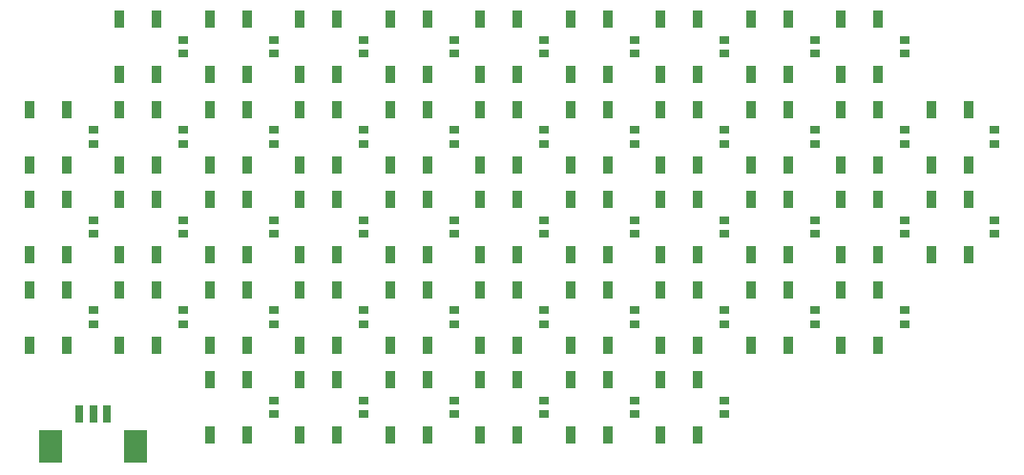
<source format=gtp>
G04*
G04 #@! TF.GenerationSoftware,Altium Limited,Altium Designer,25.8.1 (18)*
G04*
G04 Layer_Color=8421504*
%FSLAX44Y44*%
%MOMM*%
G71*
G04*
G04 #@! TF.SameCoordinates,4CDBAC49-9385-4654-90CB-B963C00DF8DC*
G04*
G04*
G04 #@! TF.FilePolarity,Positive*
G04*
G01*
G75*
%ADD13R,0.9000X1.5000*%
%ADD14R,0.9000X0.7500*%
%ADD15R,0.8000X1.6000*%
%ADD16R,2.1000X3.0000*%
D13*
X776500Y775500D02*
D03*
X663500Y824500D02*
D03*
X856500Y775500D02*
D03*
X743500Y824500D02*
D03*
X1223500Y1095500D02*
D03*
X1143500D02*
D03*
X1303500Y1015500D02*
D03*
X1143500D02*
D03*
X1223500D02*
D03*
X1063500Y1095500D02*
D03*
X983500D02*
D03*
X1063500Y1015500D02*
D03*
X983500D02*
D03*
X1303500Y935500D02*
D03*
X1223500D02*
D03*
X1143500D02*
D03*
X1223500Y855500D02*
D03*
X1143500D02*
D03*
X1063500Y935500D02*
D03*
X983500D02*
D03*
Y855500D02*
D03*
X1063500D02*
D03*
X1063500Y775500D02*
D03*
X983500D02*
D03*
X903500Y1095500D02*
D03*
X823500D02*
D03*
X743500D02*
D03*
X823500Y1015500D02*
D03*
X903500D02*
D03*
X743500D02*
D03*
X663500Y1095500D02*
D03*
X583500D02*
D03*
Y1015500D02*
D03*
X663500D02*
D03*
X503500D02*
D03*
X903500Y935500D02*
D03*
X823500D02*
D03*
X743500D02*
D03*
Y855500D02*
D03*
X903500D02*
D03*
X823500D02*
D03*
X903500Y775500D02*
D03*
X823500D02*
D03*
X743500D02*
D03*
X663500Y935500D02*
D03*
X583500D02*
D03*
X503500D02*
D03*
X663500Y855500D02*
D03*
X583500D02*
D03*
X663500Y775500D02*
D03*
X503500Y855500D02*
D03*
X1256500Y1144500D02*
D03*
X1336500Y1064500D02*
D03*
X1256500D02*
D03*
X1176500Y1144500D02*
D03*
X1176500Y1064500D02*
D03*
X1336500Y984500D02*
D03*
X1256500D02*
D03*
X1176500D02*
D03*
X1096500Y1144500D02*
D03*
X1096500Y1064500D02*
D03*
X1016500Y1144500D02*
D03*
X936500D02*
D03*
X1016500Y1064500D02*
D03*
X936500D02*
D03*
X1096500Y984500D02*
D03*
X1016500D02*
D03*
X936500D02*
D03*
X1256500Y904500D02*
D03*
X1176500D02*
D03*
X1096500D02*
D03*
X1016500D02*
D03*
X936500D02*
D03*
X1096500Y824500D02*
D03*
X1016500D02*
D03*
X856500Y1144500D02*
D03*
Y1064500D02*
D03*
X776500Y1144500D02*
D03*
Y1064500D02*
D03*
X856500Y984500D02*
D03*
X776500D02*
D03*
X696500Y1144500D02*
D03*
Y1064500D02*
D03*
X616500Y1144500D02*
D03*
Y1064500D02*
D03*
X536500D02*
D03*
X696500Y984500D02*
D03*
X616500D02*
D03*
X536500D02*
D03*
X856500Y904500D02*
D03*
X776500D02*
D03*
X936500Y824500D02*
D03*
X856500D02*
D03*
X776500D02*
D03*
X696500Y904500D02*
D03*
X616500D02*
D03*
X536500D02*
D03*
X696500Y824500D02*
D03*
X503500Y1064500D02*
D03*
X536500Y1015500D02*
D03*
X583500Y1064500D02*
D03*
X903500Y984500D02*
D03*
X936500Y935500D02*
D03*
X823500Y984500D02*
D03*
X856500Y935500D02*
D03*
X583500Y904500D02*
D03*
X616500Y855500D02*
D03*
X743500Y984500D02*
D03*
X776500Y935500D02*
D03*
X663500Y984500D02*
D03*
X696500Y935500D02*
D03*
X583500Y984500D02*
D03*
X616500Y935500D02*
D03*
X903500Y904500D02*
D03*
X936500Y855500D02*
D03*
X823500Y904500D02*
D03*
X856500Y855500D02*
D03*
X743500Y904500D02*
D03*
X776500Y855500D02*
D03*
X663500Y904500D02*
D03*
X696500Y855500D02*
D03*
X1223500Y904500D02*
D03*
X1256500Y855500D02*
D03*
X1143500Y904500D02*
D03*
X1176500Y855500D02*
D03*
X1063500Y904500D02*
D03*
X1096500Y855500D02*
D03*
X983500Y904500D02*
D03*
X1016500Y855500D02*
D03*
X903500Y824500D02*
D03*
X936500Y775500D02*
D03*
X823500Y824500D02*
D03*
X1063500D02*
D03*
X1096500Y775500D02*
D03*
X983500Y824500D02*
D03*
X1016500Y775500D02*
D03*
X696500D02*
D03*
X503500Y984500D02*
D03*
X536500Y935500D02*
D03*
X503500Y904500D02*
D03*
X536500Y855500D02*
D03*
X1063500Y984500D02*
D03*
X1096500Y935500D02*
D03*
X1143500Y984500D02*
D03*
X1176500Y935500D02*
D03*
X1223500Y984500D02*
D03*
X1256500Y935500D02*
D03*
X616500Y1015500D02*
D03*
X663500Y1064500D02*
D03*
X696500Y1015500D02*
D03*
X1303500Y984500D02*
D03*
X1336500Y935500D02*
D03*
X663500Y1144500D02*
D03*
X696500Y1095500D02*
D03*
X583500Y1144500D02*
D03*
X616500Y1095500D02*
D03*
X1303500Y1064500D02*
D03*
X1336500Y1015500D02*
D03*
X1223500Y1144500D02*
D03*
X1256500Y1095500D02*
D03*
X1143500Y1064500D02*
D03*
X1176500Y1015500D02*
D03*
X1223500Y1064500D02*
D03*
X1256500Y1015500D02*
D03*
X1143500Y1144500D02*
D03*
X1176500Y1095500D02*
D03*
X743500Y1144500D02*
D03*
X776500Y1095500D02*
D03*
X823500Y1144500D02*
D03*
X856500Y1095500D02*
D03*
X983500Y1144500D02*
D03*
X1016500Y1095500D02*
D03*
X903500Y1144500D02*
D03*
X936500Y1095500D02*
D03*
X1063500Y1144500D02*
D03*
X1096500Y1095500D02*
D03*
X823500Y1064500D02*
D03*
X856500Y1015500D02*
D03*
X743500Y1064500D02*
D03*
X776500Y1015500D02*
D03*
X903500Y1064500D02*
D03*
X936500Y1015500D02*
D03*
X983500Y1064500D02*
D03*
X1016500Y1015500D02*
D03*
X1063500Y1064500D02*
D03*
X1096500Y1015500D02*
D03*
X983500Y984500D02*
D03*
X1016500Y935500D02*
D03*
D14*
X1280000Y1113750D02*
D03*
X1360000Y1033750D02*
D03*
X1280000D02*
D03*
X1200000Y1113750D02*
D03*
Y1033750D02*
D03*
X1120000Y1113750D02*
D03*
X1040000D02*
D03*
X1120000Y1033750D02*
D03*
X1040000D02*
D03*
X960000Y1113750D02*
D03*
Y1033750D02*
D03*
X1360000Y953750D02*
D03*
X1280000D02*
D03*
Y873750D02*
D03*
X1200000Y953750D02*
D03*
X1120000D02*
D03*
X1200000Y873750D02*
D03*
X1120000D02*
D03*
X1120000Y793750D02*
D03*
X1040000Y953750D02*
D03*
Y873750D02*
D03*
X960000Y953750D02*
D03*
Y873750D02*
D03*
X1040000Y793750D02*
D03*
X960000D02*
D03*
X880000Y1113750D02*
D03*
Y1033750D02*
D03*
X800000D02*
D03*
Y1113750D02*
D03*
X720000D02*
D03*
Y1033750D02*
D03*
X880000Y953750D02*
D03*
X800000D02*
D03*
X720000D02*
D03*
X640000Y1113750D02*
D03*
Y1033750D02*
D03*
X560000D02*
D03*
X640000Y953750D02*
D03*
X560000D02*
D03*
X880000Y873750D02*
D03*
X800000D02*
D03*
X720000D02*
D03*
X880000Y793750D02*
D03*
X720000Y793750D02*
D03*
X800000D02*
D03*
X640000Y873750D02*
D03*
X560000D02*
D03*
X1280000Y1126250D02*
D03*
X1200000D02*
D03*
X1360000Y1046250D02*
D03*
X1280000D02*
D03*
X1200000D02*
D03*
X1120000Y1126250D02*
D03*
X1040000D02*
D03*
X960000D02*
D03*
X1120000Y1046250D02*
D03*
X1040000D02*
D03*
X960000D02*
D03*
X1360000Y966250D02*
D03*
X1280000D02*
D03*
X1200000D02*
D03*
X1120000D02*
D03*
X1280000Y886250D02*
D03*
X1200000D02*
D03*
X1120000Y806250D02*
D03*
X1120000Y886250D02*
D03*
X1040000Y966250D02*
D03*
Y886250D02*
D03*
X960000Y966250D02*
D03*
X1040000Y806250D02*
D03*
X960000Y886250D02*
D03*
Y806250D02*
D03*
X880000Y1126250D02*
D03*
X800000D02*
D03*
X720000D02*
D03*
X880000Y1046250D02*
D03*
X800000D02*
D03*
X720000D02*
D03*
X640000Y1126250D02*
D03*
Y1046250D02*
D03*
X560000D02*
D03*
X880000Y966250D02*
D03*
Y886250D02*
D03*
X800000Y966250D02*
D03*
X720000D02*
D03*
X800000Y886250D02*
D03*
X720000D02*
D03*
X880000Y806250D02*
D03*
X800000Y806250D02*
D03*
X720000D02*
D03*
X640000Y966250D02*
D03*
X560000D02*
D03*
X640000Y886250D02*
D03*
X560000D02*
D03*
D15*
Y794000D02*
D03*
X547500D02*
D03*
X572500D02*
D03*
D16*
X598000Y765000D02*
D03*
X522000D02*
D03*
M02*

</source>
